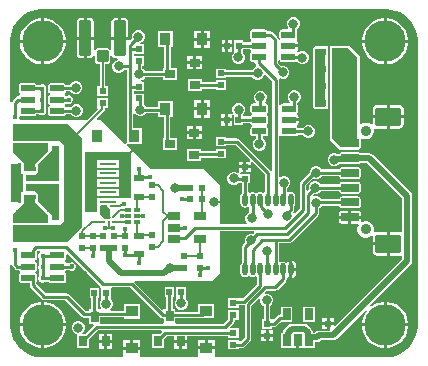
<source format=gtl>
G04*
G04 #@! TF.GenerationSoftware,Altium Limited,Altium Designer,21.6.4 (81)*
G04*
G04 Layer_Physical_Order=1*
G04 Layer_Color=255*
%FSLAX25Y25*%
%MOIN*%
G70*
G04*
G04 #@! TF.SameCoordinates,C1900F0A-900D-499D-9597-BB550FD85569*
G04*
G04*
G04 #@! TF.FilePolarity,Positive*
G04*
G01*
G75*
%ADD14C,0.00906*%
G04:AMPARAMS|DCode=15|XSize=11.81mil|YSize=20.47mil|CornerRadius=0.59mil|HoleSize=0mil|Usage=FLASHONLY|Rotation=90.000|XOffset=0mil|YOffset=0mil|HoleType=Round|Shape=RoundedRectangle|*
%AMROUNDEDRECTD15*
21,1,0.01181,0.01929,0,0,90.0*
21,1,0.01063,0.02047,0,0,90.0*
1,1,0.00118,0.00965,0.00532*
1,1,0.00118,0.00965,-0.00532*
1,1,0.00118,-0.00965,-0.00532*
1,1,0.00118,-0.00965,0.00532*
%
%ADD15ROUNDEDRECTD15*%
G04:AMPARAMS|DCode=16|XSize=11.81mil|YSize=19.29mil|CornerRadius=0.59mil|HoleSize=0mil|Usage=FLASHONLY|Rotation=90.000|XOffset=0mil|YOffset=0mil|HoleType=Round|Shape=RoundedRectangle|*
%AMROUNDEDRECTD16*
21,1,0.01181,0.01811,0,0,90.0*
21,1,0.01063,0.01929,0,0,90.0*
1,1,0.00118,0.00906,0.00532*
1,1,0.00118,0.00906,-0.00532*
1,1,0.00118,-0.00906,-0.00532*
1,1,0.00118,-0.00906,0.00532*
%
%ADD16ROUNDEDRECTD16*%
%ADD17R,0.03937X0.02756*%
%ADD18O,0.01772X0.04134*%
%ADD19R,0.02756X0.03937*%
G04:AMPARAMS|DCode=20|XSize=47.64mil|YSize=22.84mil|CornerRadius=2.85mil|HoleSize=0mil|Usage=FLASHONLY|Rotation=180.000|XOffset=0mil|YOffset=0mil|HoleType=Round|Shape=RoundedRectangle|*
%AMROUNDEDRECTD20*
21,1,0.04764,0.01713,0,0,180.0*
21,1,0.04193,0.02284,0,0,180.0*
1,1,0.00571,-0.02097,0.00856*
1,1,0.00571,0.02097,0.00856*
1,1,0.00571,0.02097,-0.00856*
1,1,0.00571,-0.02097,-0.00856*
%
%ADD20ROUNDEDRECTD20*%
%ADD21R,0.02362X0.01968*%
%ADD22R,0.01968X0.02362*%
%ADD23O,0.02205X0.00709*%
%ADD24O,0.05354X0.00709*%
%ADD25R,0.03543X0.02756*%
%ADD26R,0.02756X0.03543*%
G04:AMPARAMS|DCode=27|XSize=39.37mil|YSize=41.34mil|CornerRadius=3.94mil|HoleSize=0mil|Usage=FLASHONLY|Rotation=0.000|XOffset=0mil|YOffset=0mil|HoleType=Round|Shape=RoundedRectangle|*
%AMROUNDEDRECTD27*
21,1,0.03937,0.03347,0,0,0.0*
21,1,0.03150,0.04134,0,0,0.0*
1,1,0.00787,0.01575,-0.01673*
1,1,0.00787,-0.01575,-0.01673*
1,1,0.00787,-0.01575,0.01673*
1,1,0.00787,0.01575,0.01673*
%
%ADD27ROUNDEDRECTD27*%
G04:AMPARAMS|DCode=28|XSize=40.35mil|YSize=118.11mil|CornerRadius=4.04mil|HoleSize=0mil|Usage=FLASHONLY|Rotation=180.000|XOffset=0mil|YOffset=0mil|HoleType=Round|Shape=RoundedRectangle|*
%AMROUNDEDRECTD28*
21,1,0.04035,0.11004,0,0,180.0*
21,1,0.03228,0.11811,0,0,180.0*
1,1,0.00807,-0.01614,0.05502*
1,1,0.00807,0.01614,0.05502*
1,1,0.00807,0.01614,-0.05502*
1,1,0.00807,-0.01614,-0.05502*
%
%ADD28ROUNDEDRECTD28*%
G04:AMPARAMS|DCode=29|XSize=62.99mil|YSize=86.61mil|CornerRadius=6.3mil|HoleSize=0mil|Usage=FLASHONLY|Rotation=90.000|XOffset=0mil|YOffset=0mil|HoleType=Round|Shape=RoundedRectangle|*
%AMROUNDEDRECTD29*
21,1,0.06299,0.07402,0,0,90.0*
21,1,0.05039,0.08661,0,0,90.0*
1,1,0.01260,0.03701,0.02520*
1,1,0.01260,0.03701,-0.02520*
1,1,0.01260,-0.03701,-0.02520*
1,1,0.01260,-0.03701,0.02520*
%
%ADD29ROUNDEDRECTD29*%
G04:AMPARAMS|DCode=30|XSize=27.56mil|YSize=59.06mil|CornerRadius=2.76mil|HoleSize=0mil|Usage=FLASHONLY|Rotation=90.000|XOffset=0mil|YOffset=0mil|HoleType=Round|Shape=RoundedRectangle|*
%AMROUNDEDRECTD30*
21,1,0.02756,0.05354,0,0,90.0*
21,1,0.02205,0.05906,0,0,90.0*
1,1,0.00551,0.02677,0.01102*
1,1,0.00551,0.02677,-0.01102*
1,1,0.00551,-0.02677,-0.01102*
1,1,0.00551,-0.02677,0.01102*
%
%ADD30ROUNDEDRECTD30*%
%ADD31R,0.03740X0.04134*%
%ADD32R,0.04134X0.03740*%
G04:AMPARAMS|DCode=33|XSize=15.16mil|YSize=37.4mil|CornerRadius=0.38mil|HoleSize=0mil|Usage=FLASHONLY|Rotation=90.000|XOffset=0mil|YOffset=0mil|HoleType=Round|Shape=RoundedRectangle|*
%AMROUNDEDRECTD33*
21,1,0.01516,0.03664,0,0,90.0*
21,1,0.01440,0.03740,0,0,90.0*
1,1,0.00076,0.01832,0.00720*
1,1,0.00076,0.01832,-0.00720*
1,1,0.00076,-0.01832,-0.00720*
1,1,0.00076,-0.01832,0.00720*
%
%ADD33ROUNDEDRECTD33*%
G04:AMPARAMS|DCode=34|XSize=22.05mil|YSize=29.13mil|CornerRadius=0.55mil|HoleSize=0mil|Usage=FLASHONLY|Rotation=90.000|XOffset=0mil|YOffset=0mil|HoleType=Round|Shape=RoundedRectangle|*
%AMROUNDEDRECTD34*
21,1,0.02205,0.02803,0,0,90.0*
21,1,0.02095,0.02913,0,0,90.0*
1,1,0.00110,0.01402,0.01047*
1,1,0.00110,0.01402,-0.01047*
1,1,0.00110,-0.01402,-0.01047*
1,1,0.00110,-0.01402,0.01047*
%
%ADD34ROUNDEDRECTD34*%
G04:AMPARAMS|DCode=35|XSize=61.02mil|YSize=14.76mil|CornerRadius=0.37mil|HoleSize=0mil|Usage=FLASHONLY|Rotation=90.000|XOffset=0mil|YOffset=0mil|HoleType=Round|Shape=RoundedRectangle|*
%AMROUNDEDRECTD35*
21,1,0.06102,0.01403,0,0,90.0*
21,1,0.06029,0.01476,0,0,90.0*
1,1,0.00074,0.00701,0.03014*
1,1,0.00074,0.00701,-0.03014*
1,1,0.00074,-0.00701,-0.03014*
1,1,0.00074,-0.00701,0.03014*
%
%ADD35ROUNDEDRECTD35*%
%ADD36R,0.03543X0.02362*%
%ADD63C,0.01968*%
%ADD64C,0.01000*%
%ADD65C,0.00709*%
%ADD66C,0.00906*%
%ADD67R,0.03937X0.15354*%
%ADD68R,0.12598X0.02756*%
%ADD69R,0.03740X0.19587*%
%ADD70R,0.04232X0.20177*%
%ADD71R,0.06004X0.26476*%
%ADD72C,0.03543*%
%ADD73C,0.13780*%
%ADD74C,0.01575*%
%ADD75C,0.03150*%
%ADD76C,0.00787*%
%ADD77C,0.00709*%
G36*
X128098Y116927D02*
X129466Y116560D01*
X130775Y116018D01*
X132002Y115310D01*
X133126Y114447D01*
X134128Y113445D01*
X134990Y112321D01*
X135698Y111094D01*
X136241Y109785D01*
X136607Y108417D01*
X136792Y107013D01*
Y106304D01*
Y11811D01*
Y11103D01*
X136607Y9698D01*
X136241Y8330D01*
X135698Y7021D01*
X134990Y5794D01*
X134128Y4670D01*
X133126Y3668D01*
X132002Y2806D01*
X130775Y2097D01*
X129466Y1555D01*
X128098Y1188D01*
X126693Y1003D01*
X69247D01*
X69194Y1481D01*
X69194Y1503D01*
Y3639D01*
X66339D01*
X63485D01*
Y1503D01*
X63485Y1481D01*
X63432Y1003D01*
X44705D01*
X44341Y1334D01*
X44341Y1503D01*
Y3491D01*
X41487D01*
X38633D01*
Y1503D01*
X38633Y1334D01*
X38270Y1003D01*
X11103D01*
X9698Y1188D01*
X8330Y1555D01*
X7021Y2097D01*
X5794Y2806D01*
X4670Y3668D01*
X3668Y4670D01*
X2806Y5794D01*
X2097Y7021D01*
X1555Y8330D01*
X1188Y9698D01*
X1003Y11103D01*
Y11811D01*
Y31744D01*
X1503Y31793D01*
X1533Y31646D01*
X1774Y31286D01*
X2640Y30419D01*
X2640Y30419D01*
X3001Y30178D01*
X3426Y30094D01*
X3932D01*
X3949Y30008D01*
X4143Y29718D01*
X4299Y29613D01*
X4325Y29525D01*
Y29146D01*
X4299Y29058D01*
X4143Y28953D01*
X3949Y28664D01*
X3881Y28322D01*
Y26609D01*
X3949Y26267D01*
X4143Y25978D01*
X4433Y25784D01*
X4775Y25716D01*
X7498D01*
Y24959D01*
X7498Y24959D01*
X7583Y24533D01*
X7824Y24173D01*
X11616Y20380D01*
X11616Y20380D01*
X11977Y20139D01*
X12403Y20054D01*
X19324D01*
X24805Y14573D01*
X24805Y14573D01*
X25166Y14332D01*
X25591Y14247D01*
X25592Y14247D01*
X27166D01*
Y12210D01*
X28627D01*
X28834Y11710D01*
X25791Y8666D01*
X25121D01*
X25092Y8714D01*
X24968Y9166D01*
X25480Y9679D01*
X25810Y10475D01*
Y11336D01*
X25480Y12132D01*
X24871Y12741D01*
X24075Y13071D01*
X23213D01*
X22418Y12741D01*
X21809Y12132D01*
X21479Y11336D01*
Y10475D01*
X21809Y9679D01*
X22418Y9070D01*
X22994Y8831D01*
X23213Y8740D01*
X23426Y8299D01*
Y3942D01*
X27363D01*
Y7094D01*
X30284Y10015D01*
X51334D01*
X51541Y9515D01*
X50791Y8765D01*
X48426D01*
Y4040D01*
X52363D01*
Y7192D01*
X53225Y8055D01*
X55710D01*
Y6903D01*
X60040D01*
Y8055D01*
X73623D01*
Y7584D01*
X77166D01*
Y10733D01*
X74471D01*
X74279Y11195D01*
X75500Y12415D01*
X75500Y12415D01*
X75741Y12776D01*
X75826Y13202D01*
Y13588D01*
X77166D01*
Y16737D01*
X73623D01*
Y14786D01*
X73602Y14678D01*
X73602Y14678D01*
Y13662D01*
X72178Y12239D01*
X56575D01*
X56103Y12308D01*
X56103Y12739D01*
Y13997D01*
X63682D01*
Y13981D01*
X68997D01*
Y18903D01*
X63682D01*
Y16221D01*
X56103D01*
Y17032D01*
X55148D01*
Y20969D01*
X55611D01*
Y24513D01*
X52462D01*
Y20969D01*
X52925D01*
Y17032D01*
X52166D01*
Y16995D01*
X51704Y16803D01*
X42428Y26080D01*
X42551Y26494D01*
X42614Y26580D01*
X68505D01*
X71064Y29139D01*
Y43086D01*
X82141D01*
X82348Y42586D01*
X81845Y42083D01*
X81731Y42131D01*
X80870D01*
X80074Y41801D01*
X79465Y41192D01*
X79135Y40396D01*
Y39535D01*
X79245Y39268D01*
X78447Y38470D01*
X78206Y38110D01*
X78121Y37684D01*
X78121Y37684D01*
Y32494D01*
X77842Y32077D01*
X77728Y31501D01*
Y29139D01*
X77842Y28563D01*
X78169Y28074D01*
X78657Y27748D01*
X79233Y27634D01*
X79809Y27748D01*
X80179Y27995D01*
X80513Y28043D01*
X80846Y27995D01*
X81216Y27748D01*
X81792Y27634D01*
X82368Y27748D01*
X82738Y27995D01*
X82740Y27996D01*
X83142Y27851D01*
X83239Y27775D01*
Y25312D01*
X78623Y20696D01*
X75879D01*
X75771Y20674D01*
X73623D01*
Y17525D01*
X77166D01*
Y18472D01*
X79084D01*
X79084Y18472D01*
X79106Y18454D01*
Y7651D01*
X77788Y6333D01*
X77166D01*
Y6796D01*
X73623D01*
Y3647D01*
X77166D01*
Y4110D01*
X78249D01*
X78249Y4110D01*
X78675Y4194D01*
X79035Y4435D01*
X81004Y6404D01*
X81245Y6764D01*
X81329Y7190D01*
X81329Y7190D01*
Y18147D01*
X83890Y20707D01*
X84216Y20571D01*
X84351Y20462D01*
Y19653D01*
X84681Y18857D01*
X85290Y18248D01*
X85454Y18180D01*
Y13686D01*
X84843D01*
Y10536D01*
X88387D01*
Y10999D01*
X88879D01*
X88879Y10999D01*
X89304Y11084D01*
X89665Y11325D01*
X90810Y12469D01*
X91143Y12800D01*
Y12800D01*
X91143Y12800D01*
X95080D01*
Y17918D01*
X91143D01*
Y15613D01*
X90885Y15229D01*
X90460Y15145D01*
X90099Y14904D01*
X88885Y13690D01*
X88387Y13686D01*
Y13686D01*
X87678D01*
Y18221D01*
X87743Y18248D01*
X88352Y18857D01*
X88682Y19653D01*
Y20514D01*
X88352Y21310D01*
X87743Y21919D01*
X86947Y22249D01*
X86139D01*
X86029Y22384D01*
X85893Y22710D01*
X86387Y23204D01*
X89371D01*
X89371Y23204D01*
X89797Y23289D01*
X90157Y23530D01*
X92815Y26187D01*
X93056Y26548D01*
X93141Y26974D01*
X93140Y26974D01*
Y27492D01*
X93640Y27759D01*
X93935Y27563D01*
X94088Y27532D01*
Y30320D01*
Y33108D01*
X93935Y33077D01*
X93532Y32808D01*
X93093Y32565D01*
X92605Y32892D01*
X92028Y33006D01*
X91452Y32892D01*
X91082Y32645D01*
X91081Y32644D01*
X90679Y32789D01*
X90581Y32865D01*
Y38952D01*
X93997D01*
X93997Y38952D01*
X94423Y39037D01*
X94783Y39278D01*
X103748Y48242D01*
X103989Y48603D01*
X104074Y49029D01*
Y50681D01*
X104188Y50728D01*
X104797Y51337D01*
X104864Y51499D01*
X110723D01*
X110779Y51217D01*
X110970Y50931D01*
X111257Y50739D01*
X111594Y50672D01*
X116949D01*
X117287Y50739D01*
X117573Y50931D01*
X117765Y51217D01*
X117832Y51555D01*
Y53760D01*
X117765Y54098D01*
X117573Y54384D01*
X117287Y54576D01*
X116949Y54643D01*
X111594D01*
X111257Y54576D01*
X110970Y54384D01*
X110779Y54098D01*
X110711Y53760D01*
Y53723D01*
X104825D01*
X104797Y53791D01*
X104188Y54400D01*
X103392Y54729D01*
X102531D01*
X102437Y54690D01*
X101818Y54975D01*
X101801Y55026D01*
X102137Y55357D01*
X102228Y55320D01*
X103089D01*
X103885Y55650D01*
X104494Y56259D01*
X104561Y56420D01*
X110723D01*
X110779Y56138D01*
X110970Y55852D01*
X111257Y55660D01*
X111594Y55593D01*
X116949D01*
X117287Y55660D01*
X117573Y55852D01*
X117765Y56138D01*
X117832Y56476D01*
Y58681D01*
X117765Y59019D01*
X117573Y59306D01*
X117287Y59497D01*
X116949Y59564D01*
X111594D01*
X111257Y59497D01*
X110970Y59306D01*
X110779Y59019D01*
X110711Y58681D01*
Y58644D01*
X104522D01*
X104494Y58712D01*
X103885Y59321D01*
X103089Y59651D01*
X102228D01*
X101432Y59321D01*
X100823Y58712D01*
X100493Y57916D01*
Y57055D01*
X100541Y56940D01*
X100197Y56596D01*
X99735Y56788D01*
Y58403D01*
X101903Y60571D01*
X102531Y60311D01*
X103392D01*
X104188Y60641D01*
X104797Y61250D01*
X104850Y61376D01*
X110716D01*
X110779Y61060D01*
X110970Y60773D01*
X111257Y60582D01*
X111594Y60514D01*
X116949D01*
X117287Y60582D01*
X117573Y60773D01*
X117765Y61060D01*
X117832Y61398D01*
Y63602D01*
X117765Y63940D01*
X117573Y64227D01*
X117287Y64418D01*
X116949Y64486D01*
X111594D01*
X111257Y64418D01*
X110970Y64227D01*
X110779Y63940D01*
X110711Y63602D01*
Y63600D01*
X104840D01*
X104797Y63703D01*
X104188Y64312D01*
X103392Y64642D01*
X102531D01*
X101735Y64312D01*
X101126Y63703D01*
X100796Y62907D01*
Y62609D01*
X97837Y59649D01*
X97596Y59289D01*
X97511Y58863D01*
X97511Y58863D01*
Y50564D01*
X95930Y48983D01*
X95379Y49121D01*
X95294Y49414D01*
X95374Y49494D01*
X95374Y49494D01*
X95615Y49854D01*
X95700Y50280D01*
X95700Y50280D01*
Y51374D01*
X95978Y51791D01*
X96093Y52367D01*
Y54729D01*
X95978Y55305D01*
X95652Y55794D01*
X95164Y56120D01*
X94588Y56235D01*
X94011Y56120D01*
X93739Y55938D01*
X93239Y56200D01*
Y57333D01*
X93452Y57421D01*
X94061Y58030D01*
X94391Y58826D01*
Y59688D01*
X94061Y60483D01*
X93452Y61093D01*
X92656Y61422D01*
X91795D01*
X91081Y61127D01*
X90581Y61329D01*
Y74906D01*
X91081Y75058D01*
X91190Y74895D01*
X91480Y74701D01*
X91822Y74634D01*
X96015D01*
X96356Y74701D01*
X96646Y74895D01*
X96840Y75185D01*
X96847Y75222D01*
X98491D01*
X98559Y75058D01*
X99168Y74449D01*
X99964Y74119D01*
X100825D01*
X101621Y74449D01*
X102230Y75058D01*
X102560Y75854D01*
Y76715D01*
X102230Y77511D01*
X101621Y78120D01*
X100825Y78450D01*
X99964D01*
X99168Y78120D01*
X98559Y77511D01*
X98532Y77446D01*
X96969D01*
X96672Y77833D01*
X96672Y77833D01*
X96659Y77855D01*
X96691Y78329D01*
X96701Y78435D01*
X96788Y78493D01*
X97025Y78848D01*
X97109Y79267D01*
Y79623D01*
X93918D01*
Y80623D01*
X97109D01*
Y80979D01*
X97025Y81398D01*
X96788Y81753D01*
X96701Y81811D01*
X96691Y81917D01*
X96659Y82391D01*
X96672Y82413D01*
X96840Y82665D01*
X96908Y83007D01*
Y84720D01*
X96840Y85061D01*
X96704Y85264D01*
Y85885D01*
X96897Y85965D01*
X97506Y86574D01*
X97836Y87370D01*
Y88231D01*
X97506Y89027D01*
X96897Y89636D01*
X96101Y89966D01*
X95240D01*
X94444Y89636D01*
X93835Y89027D01*
X93505Y88231D01*
Y87370D01*
X93835Y86574D01*
X94296Y86113D01*
X94089Y85613D01*
X91822D01*
X91480Y85545D01*
X91190Y85351D01*
X91081Y85188D01*
X90581Y85340D01*
Y93410D01*
X90581Y93410D01*
X90531Y93664D01*
X90883Y94021D01*
X90927Y94041D01*
X91499Y93804D01*
X92361D01*
X93157Y94134D01*
X93766Y94743D01*
X94095Y95539D01*
Y96400D01*
X93766Y97196D01*
X93157Y97805D01*
X92361Y98135D01*
X91499D01*
X91385Y98087D01*
X90286Y99186D01*
Y99909D01*
X90786Y99958D01*
X90800Y99889D01*
X90993Y99600D01*
X91283Y99406D01*
X91625Y99338D01*
X95818D01*
X96160Y99406D01*
X96181Y99420D01*
X96467Y99590D01*
X96892Y99362D01*
X97200Y99055D01*
X97996Y98725D01*
X98857D01*
X99653Y99055D01*
X100262Y99664D01*
X100592Y100460D01*
Y101321D01*
X100262Y102117D01*
X99653Y102726D01*
X98857Y103056D01*
X97996D01*
X97200Y102726D01*
X96749Y102859D01*
X96591Y103198D01*
X96829Y103553D01*
X96912Y103972D01*
Y104328D01*
X93721D01*
Y105328D01*
X96912D01*
Y105684D01*
X96829Y106103D01*
X96591Y106457D01*
X96504Y106516D01*
X96494Y106622D01*
X96463Y107096D01*
X96475Y107118D01*
X96643Y107370D01*
X96711Y107712D01*
Y109424D01*
X96643Y109766D01*
X96585Y109853D01*
X96602Y110374D01*
X97211Y110983D01*
X97540Y111779D01*
Y112640D01*
X97211Y113436D01*
X96601Y114045D01*
X95806Y114375D01*
X94944D01*
X94148Y114045D01*
X93539Y113436D01*
X93210Y112640D01*
Y111779D01*
X93539Y110983D01*
X93705Y110817D01*
X93498Y110317D01*
X91625D01*
X91283Y110249D01*
X90993Y110056D01*
X90800Y109766D01*
X90732Y109424D01*
Y107712D01*
X90800Y107370D01*
X90968Y107118D01*
X90980Y107096D01*
X90961Y106805D01*
X90786Y106679D01*
X90286Y106935D01*
Y107091D01*
X90286Y107092D01*
X90201Y107517D01*
X89960Y107878D01*
X89960Y107878D01*
X88484Y109354D01*
X88123Y109595D01*
X87698Y109680D01*
X87698Y109680D01*
X86778D01*
X86761Y109766D01*
X86568Y110056D01*
X86278Y110249D01*
X85936Y110317D01*
X81743D01*
X81401Y110249D01*
X81112Y110056D01*
X80918Y109766D01*
X80850Y109424D01*
Y107712D01*
X80918Y107370D01*
X81112Y107080D01*
X81268Y106976D01*
X81293Y106887D01*
Y106509D01*
X81268Y106420D01*
X81112Y106316D01*
X80918Y106026D01*
X80901Y105940D01*
X78741D01*
Y106599D01*
X75591D01*
Y103056D01*
X75591Y103056D01*
X75591D01*
X75578Y102562D01*
X75232Y102216D01*
X74902Y101420D01*
Y100558D01*
X75232Y99763D01*
X75841Y99154D01*
X76637Y98824D01*
X77499D01*
X78294Y99154D01*
X78904Y99763D01*
X79233Y100558D01*
Y101420D01*
X78904Y102216D01*
X78563Y102556D01*
X78741Y103056D01*
X78741D01*
Y103716D01*
X80901D01*
X80918Y103630D01*
X81112Y103340D01*
X81268Y103235D01*
X81293Y103147D01*
Y102769D01*
X81268Y102680D01*
X81112Y102576D01*
X80918Y102286D01*
X80850Y101944D01*
Y100231D01*
X80918Y99889D01*
X81112Y99600D01*
X81401Y99406D01*
X81743Y99338D01*
X82385D01*
X82736Y99032D01*
X82821Y98606D01*
X83007Y98328D01*
X83012Y98243D01*
X82967Y98036D01*
X82841Y97759D01*
X82239Y97510D01*
X81630Y96901D01*
X81582Y96786D01*
X73032D01*
Y97249D01*
X69489D01*
Y94099D01*
X73032D01*
Y94562D01*
X81582D01*
X81630Y94448D01*
X82239Y93839D01*
X83035Y93509D01*
X83896D01*
X84692Y93839D01*
X85301Y94448D01*
X85551Y95050D01*
X86093Y95215D01*
X88358Y92950D01*
Y63187D01*
X87858Y63050D01*
X87697Y63291D01*
X87697Y63291D01*
X77362Y73626D01*
X77001Y73867D01*
X76576Y73952D01*
X76576Y73952D01*
X73032D01*
Y74414D01*
X69489D01*
Y71265D01*
X73032D01*
Y71728D01*
X76115D01*
X81098Y66745D01*
X80891Y66245D01*
X79733D01*
Y64973D01*
X81202D01*
Y65934D01*
X81702Y66141D01*
X85799Y62044D01*
Y56094D01*
X85701Y56017D01*
X85299Y55872D01*
X85298Y55873D01*
X84927Y56120D01*
X84351Y56235D01*
X83775Y56120D01*
X83405Y55873D01*
X83072Y55825D01*
X82738Y55873D01*
X82368Y56120D01*
X81792Y56235D01*
X81216Y56120D01*
X80846Y55873D01*
X80845Y55872D01*
X80443Y56017D01*
X80345Y56094D01*
Y58962D01*
X81005D01*
Y62111D01*
X77462D01*
X77462Y62111D01*
X77462Y62111D01*
X77431Y62214D01*
X77808Y62702D01*
X78733D01*
Y63973D01*
X77265D01*
Y62731D01*
X76890Y62398D01*
X76818Y62471D01*
X76022Y62800D01*
X75161D01*
X74365Y62471D01*
X73756Y61861D01*
X73426Y61066D01*
Y60204D01*
X73756Y59408D01*
X74365Y58799D01*
X75161Y58469D01*
X76022D01*
X76818Y58799D01*
X76967Y58948D01*
X77462Y58962D01*
X77462Y58962D01*
X78121D01*
Y55723D01*
X77842Y55305D01*
X77728Y54729D01*
Y52367D01*
X77842Y51791D01*
X78169Y51303D01*
X78657Y50976D01*
X79233Y50862D01*
X79809Y50976D01*
X80179Y51224D01*
X80181Y51224D01*
X80583Y51079D01*
X80680Y51003D01*
Y49356D01*
X80263Y49183D01*
X79654Y48574D01*
X79324Y47778D01*
Y46917D01*
X79654Y46121D01*
X79965Y45810D01*
X79757Y45310D01*
X71064D01*
Y58174D01*
X65552Y63686D01*
X47836D01*
X39709Y71813D01*
X39980Y72249D01*
X40315Y72249D01*
X44784D01*
Y77564D01*
X42066D01*
Y82118D01*
X42507Y82231D01*
X42566Y82232D01*
X43164Y81634D01*
X43960Y81304D01*
X44821D01*
X45617Y81634D01*
X46226Y82243D01*
X46274Y82358D01*
X50198D01*
Y81107D01*
X52137D01*
Y74119D01*
X51773D01*
Y70182D01*
X56497D01*
Y74119D01*
X54361D01*
Y81107D01*
X55119D01*
Y86422D01*
X50198D01*
Y84581D01*
X46274D01*
X46226Y84696D01*
X45689Y85233D01*
X45769Y85733D01*
X45769D01*
Y88883D01*
X42378Y88883D01*
X42155Y89277D01*
X42378Y89670D01*
X45769D01*
Y92820D01*
X44784D01*
X44684Y93320D01*
X45224Y93543D01*
X45833Y94152D01*
X45901Y94316D01*
X51871D01*
Y93509D01*
X56595D01*
Y97446D01*
X54459D01*
Y104336D01*
X55217D01*
Y109651D01*
X50296D01*
Y104336D01*
X52236D01*
Y97446D01*
X51871D01*
Y96540D01*
X45860D01*
X45833Y96605D01*
X45224Y97215D01*
X45060Y97282D01*
Y98233D01*
X45670D01*
Y101383D01*
X42387D01*
X42154Y101777D01*
X42387Y102170D01*
X45670D01*
Y105320D01*
X44488D01*
X44389Y105820D01*
X44928Y106043D01*
X45537Y106652D01*
X45867Y107448D01*
Y108310D01*
X45537Y109106D01*
X44928Y109715D01*
X44133Y110044D01*
X43271D01*
X42475Y109715D01*
X41866Y109106D01*
X41536Y108310D01*
Y107448D01*
X41584Y107334D01*
X40890Y106640D01*
X40428Y106831D01*
Y106887D01*
X37599D01*
X34771D01*
Y103770D01*
X34307Y103470D01*
X34271Y103475D01*
X34077Y103766D01*
X33751Y103983D01*
X33367Y104060D01*
X30217D01*
X29833Y103983D01*
X29508Y103766D01*
X29314Y103475D01*
X29277Y103470D01*
X28814Y103770D01*
Y106887D01*
X26485D01*
Y100671D01*
X27599D01*
X28064Y100763D01*
X28458Y101026D01*
X28721Y101420D01*
X29214Y101335D01*
Y99710D01*
X29290Y99326D01*
X29508Y99000D01*
X29833Y98782D01*
X30217Y98706D01*
X30829D01*
Y91343D01*
X30021D01*
Y88194D01*
X33564D01*
Y91343D01*
X32756D01*
Y98706D01*
X33367D01*
X33751Y98782D01*
X34077Y99000D01*
X34294Y99326D01*
X34371Y99710D01*
Y101335D01*
X34863Y101420D01*
X35127Y101026D01*
X35520Y100763D01*
X35985Y100671D01*
X36700D01*
X36775Y100202D01*
X35979Y99872D01*
X35370Y99263D01*
X35040Y98467D01*
Y97606D01*
X35370Y96810D01*
X35979Y96201D01*
X36775Y95871D01*
X37636D01*
X38432Y96201D01*
X39041Y96810D01*
X39089Y96925D01*
X39842D01*
Y91245D01*
X39842Y91245D01*
X39842Y91245D01*
Y76277D01*
X39842Y76277D01*
X39863Y76169D01*
Y72734D01*
X39863Y72366D01*
X39427Y72095D01*
X31300Y80221D01*
X30068D01*
X29877Y80683D01*
X32318Y83125D01*
X32527Y83437D01*
X32600Y83806D01*
Y84257D01*
X33564D01*
Y87406D01*
X30021D01*
Y84257D01*
X30021D01*
X30225Y83757D01*
X26690Y80221D01*
X4226D01*
X3892Y80721D01*
X3938Y80833D01*
Y81156D01*
X4127Y81316D01*
X4394Y81479D01*
X4400Y81480D01*
X4676Y81425D01*
X8869D01*
X9211Y81493D01*
X9501Y81686D01*
X9694Y81976D01*
X9702Y82013D01*
X10729D01*
X10835Y81908D01*
X11341Y81698D01*
X11889D01*
X12396Y81908D01*
X12783Y82295D01*
X12993Y82802D01*
Y83350D01*
X12783Y83856D01*
X12776Y83863D01*
Y86028D01*
X12783Y86035D01*
X12993Y86542D01*
Y87090D01*
X12783Y87596D01*
X12776Y87603D01*
Y89670D01*
X12882Y89776D01*
X13092Y90282D01*
Y90830D01*
X12882Y91337D01*
X12494Y91724D01*
X11988Y91934D01*
X11440D01*
X10933Y91724D01*
X10926Y91717D01*
X9721D01*
X9694Y91853D01*
X9501Y92142D01*
X9211Y92336D01*
X8869Y92404D01*
X4676D01*
X4334Y92336D01*
X4045Y92142D01*
X3851Y91853D01*
X3783Y91511D01*
Y89798D01*
X3851Y89456D01*
X4045Y89167D01*
X4201Y89062D01*
X4226Y88974D01*
Y88595D01*
X4201Y88507D01*
X4045Y88402D01*
X3851Y88112D01*
X3834Y88026D01*
X3741D01*
X3316Y87942D01*
X2955Y87701D01*
X2955Y87701D01*
X1774Y86519D01*
X1533Y86159D01*
X1503Y86012D01*
X1003Y86061D01*
Y106304D01*
Y107012D01*
X1188Y108417D01*
X1555Y109786D01*
X2097Y111094D01*
X2806Y112321D01*
X3668Y113445D01*
X4670Y114447D01*
X5794Y115310D01*
X7021Y116018D01*
X8330Y116560D01*
X9698Y116927D01*
X11103Y117112D01*
X126693D01*
X128098Y116927D01*
D02*
G37*
G36*
X24804Y74021D02*
Y69984D01*
X19644Y71033D01*
X17463Y73214D01*
X1871D01*
Y78843D01*
X19981D01*
X24804Y74021D01*
D02*
G37*
G36*
X13682Y69867D02*
X9351Y65536D01*
Y63144D01*
X5585D01*
Y65661D01*
X1871Y69375D01*
X1871Y72328D01*
X13682D01*
Y69867D01*
D02*
G37*
G36*
X17324Y59729D02*
X6399D01*
Y61895D01*
X9351D01*
X10139Y62682D01*
Y65143D01*
X15060Y70064D01*
Y71540D01*
X17324D01*
Y59729D01*
D02*
G37*
G36*
X4497Y61914D02*
X5099Y61927D01*
Y56245D01*
X4497D01*
Y52505D01*
X3473D01*
Y52899D01*
X1111D01*
Y65300D01*
X3473D01*
Y65694D01*
X4497D01*
Y61914D01*
D02*
G37*
G36*
X34305Y50248D02*
Y47711D01*
X31844D01*
X31103Y48452D01*
Y49414D01*
Y51284D01*
X33269D01*
X34305Y50248D01*
D02*
G37*
G36*
X17324Y46659D02*
X15060D01*
Y48135D01*
X10139Y53056D01*
Y55517D01*
X9351Y56304D01*
X6399D01*
Y58863D01*
X17324D01*
Y46659D01*
D02*
G37*
G36*
X9351Y52662D02*
X13682Y48332D01*
Y45871D01*
X1871D01*
X1871Y48824D01*
X5585Y52538D01*
Y55055D01*
X9351D01*
Y52662D01*
D02*
G37*
G36*
X24804Y44493D02*
X19784Y39473D01*
X1871D01*
Y44985D01*
X17463D01*
X19644Y47166D01*
X24804Y48215D01*
Y44493D01*
D02*
G37*
G36*
X10999Y36114D02*
X11007Y35991D01*
X10644Y35628D01*
X10434Y35122D01*
Y34573D01*
X10644Y34067D01*
X10700Y34011D01*
Y31846D01*
X10644Y31789D01*
X10434Y31283D01*
Y30735D01*
X10644Y30228D01*
X10700Y30172D01*
Y28106D01*
X10644Y28049D01*
X10434Y27543D01*
Y26995D01*
X10644Y26488D01*
X11031Y26101D01*
X11538Y25891D01*
X12086D01*
X12593Y26101D01*
X12747Y26255D01*
X13839D01*
X14025Y25978D01*
X14315Y25784D01*
X14657Y25716D01*
X18849D01*
X19191Y25784D01*
X19481Y25978D01*
X19674Y26267D01*
X19742Y26609D01*
Y28322D01*
X19674Y28664D01*
X19481Y28953D01*
X19325Y29058D01*
X19299Y29146D01*
Y29525D01*
X19325Y29613D01*
X19481Y29718D01*
X19674Y30008D01*
X19692Y30094D01*
X20877D01*
X21282Y29926D01*
X21830D01*
X22337Y30136D01*
X22724Y30524D01*
X22934Y31030D01*
Y31578D01*
X22724Y32085D01*
X22337Y32472D01*
X21830Y32682D01*
X21282D01*
X20775Y32472D01*
X20621Y32318D01*
X19692D01*
X19674Y32404D01*
X19481Y32694D01*
X19325Y32798D01*
X19299Y32887D01*
Y33265D01*
X19325Y33354D01*
X19481Y33458D01*
X19674Y33748D01*
X19742Y34090D01*
Y35169D01*
X20243Y35376D01*
X31006Y24612D01*
X31006Y24612D01*
X31059Y24577D01*
X31375Y24242D01*
X31399Y23894D01*
Y20674D01*
X31399Y20674D01*
X31399D01*
X31385Y20180D01*
X31138Y19932D01*
X30808Y19136D01*
Y18275D01*
X31138Y17479D01*
X31239Y17378D01*
X30976Y16934D01*
X30198D01*
Y20674D01*
X30611D01*
Y24217D01*
X27462D01*
Y20674D01*
X27974D01*
Y16934D01*
X27166D01*
Y16471D01*
X26052D01*
X20571Y21953D01*
X20210Y22194D01*
X19784Y22278D01*
X19784Y22278D01*
X12863D01*
X9722Y25420D01*
Y26162D01*
X9793Y26267D01*
X9861Y26609D01*
Y28322D01*
X9793Y28664D01*
X9599Y28953D01*
X9443Y29058D01*
X9417Y29146D01*
Y29525D01*
X9443Y29613D01*
X9599Y29718D01*
X9793Y30008D01*
X9861Y30349D01*
Y32062D01*
X9793Y32404D01*
X9599Y32694D01*
X9443Y32798D01*
X9417Y32887D01*
Y33265D01*
X9443Y33354D01*
X9599Y33458D01*
X9793Y33748D01*
X9861Y34090D01*
Y35802D01*
X9808Y36066D01*
X10018Y36356D01*
X10162Y36491D01*
X10874D01*
X10999Y36114D01*
D02*
G37*
G36*
X51039Y14323D02*
X51039Y14323D01*
X51400Y14082D01*
X51826Y13997D01*
X52166Y13669D01*
X52166Y12308D01*
X51695Y12239D01*
X31103D01*
Y14346D01*
X38830D01*
Y13834D01*
X44145D01*
Y18755D01*
X38830D01*
Y16570D01*
X34607D01*
X34400Y17070D01*
X34809Y17479D01*
X35139Y18275D01*
Y19136D01*
X34809Y19932D01*
X34562Y20180D01*
X34548Y20674D01*
X34548Y20674D01*
X34548Y24217D01*
X35020Y24287D01*
X41076D01*
X51039Y14323D01*
D02*
G37*
%LPC*%
G36*
X27599Y114103D02*
X26485D01*
Y107887D01*
X28814D01*
Y112889D01*
X28721Y113354D01*
X28458Y113747D01*
X28064Y114011D01*
X27599Y114103D01*
D02*
G37*
G36*
X25485D02*
X24371D01*
X23906Y114011D01*
X23512Y113747D01*
X23249Y113354D01*
X23157Y112889D01*
Y107887D01*
X25485D01*
Y114103D01*
D02*
G37*
G36*
X39214D02*
X38099D01*
Y107887D01*
X40428D01*
Y112889D01*
X40335Y113354D01*
X40072Y113747D01*
X39678Y114011D01*
X39214Y114103D01*
D02*
G37*
G36*
X37099D02*
X35985D01*
X35520Y114011D01*
X35127Y113747D01*
X34863Y113354D01*
X34771Y112889D01*
Y107887D01*
X37099D01*
Y114103D01*
D02*
G37*
G36*
X67717Y109847D02*
X65560D01*
Y107493D01*
X67717D01*
Y109847D01*
D02*
G37*
G36*
X64560D02*
X62402D01*
Y107493D01*
X64560D01*
Y109847D01*
D02*
G37*
G36*
X126740Y113976D02*
X126484D01*
Y106799D01*
X133661D01*
Y107055D01*
X133366Y108539D01*
X132788Y109936D01*
X131948Y111193D01*
X130878Y112262D01*
X129621Y113103D01*
X128224Y113681D01*
X126740Y113976D01*
D02*
G37*
G36*
X125484D02*
X125228D01*
X123745Y113681D01*
X122348Y113103D01*
X121090Y112262D01*
X120021Y111193D01*
X119181Y109936D01*
X118602Y108539D01*
X118307Y107055D01*
Y106799D01*
X125484D01*
Y113976D01*
D02*
G37*
G36*
X12567D02*
X12311D01*
Y106799D01*
X19488D01*
Y107055D01*
X19193Y108539D01*
X18614Y109936D01*
X17774Y111193D01*
X16705Y112262D01*
X15448Y113103D01*
X14050Y113681D01*
X12567Y113976D01*
D02*
G37*
G36*
X11311D02*
X11055D01*
X9572Y113681D01*
X8174Y113103D01*
X6917Y112262D01*
X5848Y111193D01*
X5008Y109936D01*
X4429Y108539D01*
X4134Y107055D01*
Y106799D01*
X11311D01*
Y113976D01*
D02*
G37*
G36*
X75001Y106796D02*
X73729D01*
Y105328D01*
X75001D01*
Y106796D01*
D02*
G37*
G36*
X72729D02*
X71458D01*
Y105328D01*
X72729D01*
Y106796D01*
D02*
G37*
G36*
X67717Y106493D02*
X65560D01*
Y104139D01*
X67717D01*
Y106493D01*
D02*
G37*
G36*
X64560D02*
X62402D01*
Y104139D01*
X64560D01*
Y106493D01*
D02*
G37*
G36*
X75001Y104328D02*
X73729D01*
Y102859D01*
X75001D01*
Y104328D01*
D02*
G37*
G36*
X72729D02*
X71458D01*
Y102859D01*
X72729D01*
Y104328D01*
D02*
G37*
G36*
X25485Y106887D02*
X23157D01*
Y101885D01*
X23249Y101420D01*
X23512Y101026D01*
X23906Y100763D01*
X24371Y100671D01*
X25485D01*
Y106887D01*
D02*
G37*
G36*
X65060Y101383D02*
X63001D01*
Y99717D01*
X65060D01*
Y101383D01*
D02*
G37*
G36*
X62001D02*
X59942D01*
Y99717D01*
X62001D01*
Y101383D01*
D02*
G37*
G36*
X133661Y105799D02*
X126484D01*
Y98622D01*
X126740D01*
X128224Y98917D01*
X129621Y99496D01*
X130878Y100336D01*
X131948Y101405D01*
X132788Y102663D01*
X133366Y104060D01*
X133661Y105543D01*
Y105799D01*
D02*
G37*
G36*
X125484D02*
X118307D01*
Y105543D01*
X118602Y104060D01*
X119181Y102663D01*
X120021Y101405D01*
X121090Y100336D01*
X122348Y99496D01*
X123745Y98917D01*
X125228Y98622D01*
X125484D01*
Y105799D01*
D02*
G37*
G36*
X19488Y105799D02*
X12311D01*
Y98622D01*
X12567D01*
X14050Y98917D01*
X15448Y99496D01*
X16705Y100336D01*
X17774Y101405D01*
X18614Y102663D01*
X19193Y104060D01*
X19488Y105543D01*
Y105799D01*
D02*
G37*
G36*
X11311D02*
X4134D01*
Y105543D01*
X4429Y104060D01*
X5008Y102663D01*
X5848Y101405D01*
X6917Y100336D01*
X8174Y99496D01*
X9572Y98917D01*
X11055Y98622D01*
X11311D01*
Y105799D01*
D02*
G37*
G36*
X65060Y98717D02*
X63001D01*
Y97052D01*
X65060D01*
Y98717D01*
D02*
G37*
G36*
X62001D02*
X59942D01*
Y97052D01*
X62001D01*
Y98717D01*
D02*
G37*
G36*
X23365Y93017D02*
X22503D01*
X21708Y92687D01*
X21098Y92078D01*
X21010Y91865D01*
X19568D01*
X19383Y92142D01*
X19093Y92336D01*
X18751Y92404D01*
X14558D01*
X14216Y92336D01*
X13927Y92142D01*
X13733Y91853D01*
X13665Y91511D01*
Y89798D01*
X13733Y89456D01*
X13927Y89167D01*
X14083Y89062D01*
X14108Y88974D01*
Y88595D01*
X14083Y88507D01*
X13927Y88402D01*
X13733Y88112D01*
X13665Y87771D01*
Y86058D01*
X13733Y85716D01*
X13927Y85426D01*
X14083Y85322D01*
X14108Y85233D01*
Y84855D01*
X14083Y84767D01*
X13927Y84662D01*
X13733Y84372D01*
X13665Y84030D01*
Y82318D01*
X13733Y81976D01*
X13927Y81686D01*
X14216Y81493D01*
X14558Y81425D01*
X18751D01*
X19093Y81493D01*
X19383Y81686D01*
X19576Y81976D01*
X19593Y82062D01*
X21149D01*
X21197Y81948D01*
X21806Y81339D01*
X22602Y81009D01*
X23463D01*
X24259Y81339D01*
X24868Y81948D01*
X25198Y82744D01*
Y83605D01*
X24868Y84401D01*
X24259Y85010D01*
X23463Y85340D01*
X22602D01*
X21806Y85010D01*
X21197Y84401D01*
X21149Y84286D01*
X19593D01*
X19576Y84372D01*
X19383Y84662D01*
X19226Y84767D01*
X19201Y84855D01*
Y85233D01*
X19226Y85322D01*
X19383Y85426D01*
X19391Y85439D01*
X19720Y85691D01*
X20069Y85631D01*
X20298Y85536D01*
X20846D01*
X21352Y85746D01*
X21740Y86134D01*
X21950Y86640D01*
Y87189D01*
X21740Y87695D01*
X21352Y88083D01*
X20846Y88292D01*
X20298D01*
X20069Y88198D01*
X19720Y88137D01*
X19391Y88389D01*
X19383Y88402D01*
X19226Y88507D01*
X19201Y88595D01*
Y88974D01*
X19226Y89062D01*
X19383Y89167D01*
X19576Y89456D01*
X19613Y89641D01*
X21092D01*
X21098Y89625D01*
X21708Y89016D01*
X22503Y88686D01*
X23365D01*
X24161Y89016D01*
X24770Y89625D01*
X25099Y90421D01*
Y91282D01*
X24770Y92078D01*
X24161Y92687D01*
X23365Y93017D01*
D02*
G37*
G36*
X64863Y93706D02*
X60139D01*
Y89769D01*
X64863D01*
Y90576D01*
X69489D01*
Y90162D01*
X73032D01*
Y93312D01*
X69489D01*
Y92800D01*
X64863D01*
Y93706D01*
D02*
G37*
G36*
X67619Y86619D02*
X65462D01*
Y84265D01*
X67619D01*
Y86619D01*
D02*
G37*
G36*
X64462D02*
X62304D01*
Y84265D01*
X64462D01*
Y86619D01*
D02*
G37*
G36*
X106300Y104680D02*
X102560D01*
X102108Y104492D01*
X101921Y104040D01*
Y84454D01*
X102108Y84002D01*
X102560Y83815D01*
X106300D01*
X106418Y83863D01*
X106891D01*
Y84336D01*
X106939Y84454D01*
Y104040D01*
X106891Y104158D01*
Y104631D01*
X106418D01*
X106300Y104680D01*
D02*
G37*
G36*
X130669Y85166D02*
X127469D01*
Y81701D01*
X132114D01*
Y83720D01*
X132004Y84273D01*
X131691Y84742D01*
X131222Y85056D01*
X130669Y85166D01*
D02*
G37*
G36*
X126469D02*
X123268D01*
X122715Y85056D01*
X122246Y84742D01*
X121933Y84273D01*
X121823Y83720D01*
Y81701D01*
X126469D01*
Y85166D01*
D02*
G37*
G36*
X84782Y89867D02*
X83921D01*
X83125Y89538D01*
X82516Y88928D01*
X82186Y88133D01*
Y87271D01*
X82516Y86475D01*
X82878Y86113D01*
X82671Y85613D01*
X81940D01*
X81598Y85545D01*
X81308Y85351D01*
X81115Y85061D01*
X81047Y84720D01*
Y83007D01*
X81115Y82665D01*
X81308Y82375D01*
X81465Y82271D01*
X81490Y82182D01*
Y81804D01*
X81465Y81715D01*
X81308Y81611D01*
X81115Y81321D01*
X81107Y81284D01*
X78643D01*
Y81982D01*
X79002Y82341D01*
X79332Y83137D01*
Y83999D01*
X79002Y84794D01*
X78393Y85404D01*
X77597Y85733D01*
X76736D01*
X75940Y85404D01*
X75331Y84794D01*
X75001Y83999D01*
Y83198D01*
X75001Y83137D01*
X75167Y82736D01*
X75187Y82498D01*
X75180Y82489D01*
X74881Y82216D01*
X74739Y82190D01*
X74433Y82190D01*
X73631D01*
Y80721D01*
X74902D01*
Y81605D01*
X75151Y81900D01*
X75402Y81968D01*
X75422Y81953D01*
X75493Y81847D01*
Y78450D01*
X78643D01*
Y79060D01*
X81088D01*
X81115Y78925D01*
X81308Y78635D01*
X81465Y78531D01*
X81490Y78442D01*
Y78064D01*
X81465Y77975D01*
X81308Y77871D01*
X81115Y77581D01*
X81047Y77239D01*
Y75527D01*
X81115Y75185D01*
X81308Y74895D01*
X81598Y74701D01*
X81940Y74634D01*
X82944D01*
Y73935D01*
X82829Y73888D01*
X82220Y73279D01*
X81891Y72483D01*
Y71622D01*
X82220Y70826D01*
X82829Y70217D01*
X83625Y69887D01*
X84487D01*
X85283Y70217D01*
X85892Y70826D01*
X86221Y71622D01*
Y72483D01*
X85892Y73279D01*
X85283Y73888D01*
X85168Y73935D01*
Y74634D01*
X86133D01*
X86475Y74701D01*
X86764Y74895D01*
X86958Y75185D01*
X87026Y75527D01*
Y77239D01*
X86958Y77581D01*
X86764Y77871D01*
X86608Y77975D01*
X86583Y78064D01*
Y78442D01*
X86608Y78531D01*
X86764Y78635D01*
X86958Y78925D01*
X87026Y79267D01*
Y80979D01*
X86958Y81321D01*
X86764Y81611D01*
X86608Y81715D01*
X86583Y81804D01*
Y82182D01*
X86608Y82271D01*
X86764Y82375D01*
X86958Y82665D01*
X87026Y83007D01*
Y84720D01*
X86958Y85061D01*
X86764Y85351D01*
X86475Y85545D01*
X86133Y85613D01*
X86032D01*
X85825Y86113D01*
X86187Y86475D01*
X86517Y87271D01*
Y88133D01*
X86187Y88928D01*
X85578Y89538D01*
X84782Y89867D01*
D02*
G37*
G36*
X67619Y83265D02*
X65462D01*
Y80910D01*
X67619D01*
Y83265D01*
D02*
G37*
G36*
X64462D02*
X62304D01*
Y80910D01*
X64462D01*
Y83265D01*
D02*
G37*
G36*
X72631Y82190D02*
X71359D01*
Y80721D01*
X72631D01*
Y82190D01*
D02*
G37*
G36*
X74902Y79721D02*
X73631D01*
Y78253D01*
X74902D01*
Y79721D01*
D02*
G37*
G36*
X72631D02*
X71359D01*
Y78253D01*
X72631D01*
Y79721D01*
D02*
G37*
G36*
X132114Y80701D02*
X127469D01*
Y77236D01*
X130669D01*
X131222Y77346D01*
X131691Y77659D01*
X132004Y78128D01*
X132114Y78681D01*
Y80701D01*
D02*
G37*
G36*
X108269Y104843D02*
X107961Y104782D01*
X107735Y104631D01*
X107678D01*
Y104574D01*
X107527Y104348D01*
X107466Y104040D01*
Y74015D01*
X107466Y74015D01*
X107527Y73708D01*
X107701Y73447D01*
X107701Y73447D01*
X110748Y70400D01*
X110748Y70400D01*
X111008Y70226D01*
X111315Y70165D01*
X116732Y70165D01*
X117040Y70226D01*
X117300Y70400D01*
X117340Y70460D01*
X117573Y70616D01*
X117765Y70902D01*
X117832Y71240D01*
Y73445D01*
X117781Y73703D01*
X117962Y73908D01*
X118183Y74048D01*
X118424Y73908D01*
X119125Y73721D01*
X119851D01*
X120552Y73908D01*
X121180Y74271D01*
X121694Y74784D01*
X122056Y75413D01*
X122244Y76114D01*
Y76839D01*
X122172Y77107D01*
X122607Y77418D01*
X122715Y77346D01*
X123268Y77236D01*
X126469D01*
Y80701D01*
X121823D01*
Y78746D01*
X121668Y78628D01*
X121346Y78516D01*
X121180Y78682D01*
X120552Y79045D01*
X119851Y79232D01*
X119125D01*
X118424Y79045D01*
X118035Y78820D01*
X117535Y79101D01*
X117535Y100990D01*
X117535Y100990D01*
X117474Y101297D01*
X117300Y101558D01*
X114250Y104608D01*
X114250Y104608D01*
X113989Y104782D01*
X113682Y104843D01*
X108269Y104843D01*
D02*
G37*
G36*
X64962Y78056D02*
X62902D01*
Y76391D01*
X64962D01*
Y78056D01*
D02*
G37*
G36*
X61902D02*
X59843D01*
Y76391D01*
X61902D01*
Y78056D01*
D02*
G37*
G36*
X64962Y75391D02*
X62902D01*
Y73725D01*
X64962D01*
Y75391D01*
D02*
G37*
G36*
X61902D02*
X59843D01*
Y73725D01*
X61902D01*
Y75391D01*
D02*
G37*
G36*
X73032Y70477D02*
X69489D01*
Y69768D01*
X64765D01*
Y70379D01*
X60040D01*
Y66442D01*
X64765D01*
Y67545D01*
X69489D01*
Y67328D01*
X73032D01*
Y70477D01*
D02*
G37*
G36*
X116949Y69407D02*
X111594D01*
X111257Y69340D01*
X110970Y69148D01*
X110779Y68862D01*
X110740Y68667D01*
X110188D01*
X110184Y68671D01*
X109388Y69001D01*
X108527D01*
X107731Y68671D01*
X107122Y68062D01*
X106792Y67266D01*
Y66405D01*
X107122Y65609D01*
X107731Y65000D01*
X108527Y64670D01*
X109388D01*
X110184Y65000D01*
X110640Y65456D01*
X111493D01*
X111594Y65436D01*
X116949D01*
X117287Y65503D01*
X117573Y65694D01*
X117657Y65821D01*
X120104D01*
X131761Y54163D01*
Y42974D01*
X131261Y42707D01*
X131222Y42733D01*
X130669Y42843D01*
X127469D01*
Y38878D01*
Y34913D01*
X130669D01*
X131222Y35023D01*
X131261Y35049D01*
X131761Y34782D01*
Y33639D01*
X109420Y11297D01*
X108958Y11488D01*
Y11710D01*
X107489D01*
Y10217D01*
X107638Y9938D01*
X107598Y9878D01*
X103840D01*
X103225Y9756D01*
X102704Y9408D01*
X102556Y9260D01*
X102294D01*
X101804Y9355D01*
X101681Y9970D01*
X101333Y10491D01*
X100152Y11672D01*
X99631Y12020D01*
X99017Y12142D01*
X99017Y12142D01*
X94784D01*
X94784Y12142D01*
X94170Y12020D01*
X93649Y11672D01*
X92370Y10392D01*
X92022Y9871D01*
X91899Y9257D01*
X91899Y9257D01*
X91143D01*
Y4139D01*
X94686D01*
Y3942D01*
X96351D01*
Y6698D01*
X97351D01*
Y3942D01*
X99017D01*
Y4139D01*
X102560D01*
Y6048D01*
X103221D01*
X103221Y6048D01*
X103835Y6170D01*
X104356Y6519D01*
X104505Y6667D01*
X108666D01*
X108666Y6667D01*
X109281Y6789D01*
X109802Y7137D01*
X119521Y16857D01*
X119909Y16538D01*
X119181Y15448D01*
X118602Y14050D01*
X118307Y12567D01*
Y12311D01*
X125484D01*
Y19488D01*
X125228D01*
X123745Y19193D01*
X122348Y18614D01*
X121257Y17886D01*
X120939Y18274D01*
X134502Y31838D01*
X134502Y31838D01*
X134851Y32359D01*
X134973Y32973D01*
Y54828D01*
X134973Y54828D01*
X134851Y55442D01*
X134502Y55963D01*
X121904Y68562D01*
X121383Y68910D01*
X120769Y69032D01*
X120769Y69032D01*
X117651D01*
X117573Y69148D01*
X117287Y69340D01*
X116949Y69407D01*
D02*
G37*
G36*
X78733Y66245D02*
X77265D01*
Y64973D01*
X78733D01*
Y66245D01*
D02*
G37*
G36*
X81202Y63973D02*
X79733D01*
Y62702D01*
X81202D01*
Y63973D01*
D02*
G37*
G36*
X116949Y49922D02*
X114772D01*
Y48236D01*
X118033D01*
Y48839D01*
X117950Y49253D01*
X117715Y49605D01*
X117364Y49840D01*
X116949Y49922D01*
D02*
G37*
G36*
X113772D02*
X111594D01*
X111180Y49840D01*
X110828Y49605D01*
X110593Y49253D01*
X110511Y48839D01*
Y48236D01*
X113772D01*
Y49922D01*
D02*
G37*
G36*
Y47236D02*
X110511D01*
Y46634D01*
X110593Y46219D01*
X110828Y45867D01*
X111180Y45632D01*
X111594Y45550D01*
X113772D01*
Y47236D01*
D02*
G37*
G36*
X118033D02*
X114772D01*
Y45550D01*
X116857D01*
X117047Y45333D01*
X117160Y45082D01*
X116920Y44666D01*
X116732Y43965D01*
Y43240D01*
X116920Y42539D01*
X117283Y41910D01*
X117796Y41397D01*
X118424Y41034D01*
X119125Y40846D01*
X119851D01*
X120552Y41034D01*
X121180Y41397D01*
X121346Y41562D01*
X121668Y41451D01*
X121823Y41332D01*
Y39378D01*
X126469D01*
Y42843D01*
X123268D01*
X122715Y42733D01*
X122607Y42660D01*
X122172Y42972D01*
X122244Y43240D01*
Y43965D01*
X122056Y44666D01*
X121694Y45294D01*
X121180Y45808D01*
X120552Y46170D01*
X119851Y46358D01*
X119125D01*
X118424Y46170D01*
X118007Y46507D01*
X118033Y46634D01*
Y47236D01*
D02*
G37*
G36*
X126469Y38378D02*
X121823D01*
Y36358D01*
X121933Y35805D01*
X122246Y35336D01*
X122715Y35023D01*
X123268Y34913D01*
X126469D01*
Y38378D01*
D02*
G37*
G36*
X95088Y33108D02*
Y30820D01*
X96294D01*
Y31501D01*
X96164Y32154D01*
X95794Y32707D01*
X95240Y33077D01*
X95088Y33108D01*
D02*
G37*
G36*
X96294Y29820D02*
X95088D01*
Y27532D01*
X95240Y27563D01*
X95794Y27933D01*
X96164Y28486D01*
X96294Y29139D01*
Y29820D01*
D02*
G37*
G36*
X59548Y24513D02*
X56399D01*
Y20969D01*
X56399Y20969D01*
X56399D01*
X56385Y20475D01*
X56138Y20228D01*
X55808Y19432D01*
Y18570D01*
X56138Y17774D01*
X56747Y17165D01*
X57543Y16836D01*
X58404D01*
X59200Y17165D01*
X59809Y17774D01*
X60139Y18570D01*
Y19432D01*
X59809Y20228D01*
X59562Y20475D01*
X59548Y20969D01*
X59548Y20969D01*
Y24513D01*
D02*
G37*
G36*
X102560Y17918D02*
X98623D01*
Y12800D01*
X102560D01*
Y17918D01*
D02*
G37*
G36*
X108958Y13981D02*
X107489D01*
Y12710D01*
X108958D01*
Y13981D01*
D02*
G37*
G36*
X106489D02*
X105021D01*
Y12710D01*
X106489D01*
Y13981D01*
D02*
G37*
G36*
X126740Y19488D02*
X126484D01*
Y12311D01*
X133661D01*
Y12567D01*
X133366Y14050D01*
X132788Y15448D01*
X131948Y16705D01*
X130878Y17774D01*
X129621Y18614D01*
X128224Y19193D01*
X126740Y19488D01*
D02*
G37*
G36*
X12567D02*
X12311D01*
Y12311D01*
X19488D01*
Y12567D01*
X19193Y14050D01*
X18614Y15448D01*
X17774Y16705D01*
X16705Y17774D01*
X15448Y18614D01*
X14050Y19193D01*
X12567Y19488D01*
D02*
G37*
G36*
X11311D02*
X11055D01*
X9572Y19193D01*
X8174Y18614D01*
X6917Y17774D01*
X5848Y16705D01*
X5008Y15448D01*
X4429Y14050D01*
X4134Y12567D01*
Y12311D01*
X11311D01*
Y19488D01*
D02*
G37*
G36*
X106489Y11710D02*
X105021D01*
Y10438D01*
X106489D01*
Y11710D01*
D02*
G37*
G36*
X88584Y9946D02*
X87115D01*
Y8674D01*
X88584D01*
Y9946D01*
D02*
G37*
G36*
X86115D02*
X84647D01*
Y8674D01*
X86115D01*
Y9946D01*
D02*
G37*
G36*
X35040Y8863D02*
X33375D01*
Y6804D01*
X35040D01*
Y8863D01*
D02*
G37*
G36*
X32375D02*
X30710D01*
Y6804D01*
X32375D01*
Y8863D01*
D02*
G37*
G36*
X88584Y7674D02*
X87115D01*
Y6403D01*
X88584D01*
Y7674D01*
D02*
G37*
G36*
X86115D02*
X84647D01*
Y6403D01*
X86115D01*
Y7674D01*
D02*
G37*
G36*
X69194Y6796D02*
X66839D01*
Y4639D01*
X69194D01*
Y6796D01*
D02*
G37*
G36*
X65839D02*
X63485D01*
Y4639D01*
X65839D01*
Y6796D01*
D02*
G37*
G36*
X44341Y6649D02*
X41987D01*
Y4491D01*
X44341D01*
Y6649D01*
D02*
G37*
G36*
X40987D02*
X38633D01*
Y4491D01*
X40987D01*
Y6649D01*
D02*
G37*
G36*
X133661Y11311D02*
X126484D01*
Y4134D01*
X126740D01*
X128224Y4429D01*
X129621Y5008D01*
X130878Y5848D01*
X131948Y6917D01*
X132788Y8174D01*
X133366Y9572D01*
X133661Y11055D01*
Y11311D01*
D02*
G37*
G36*
X125484D02*
X118307D01*
Y11055D01*
X118602Y9572D01*
X119181Y8174D01*
X120021Y6917D01*
X121090Y5848D01*
X122348Y5008D01*
X123745Y4429D01*
X125228Y4134D01*
X125484D01*
Y11311D01*
D02*
G37*
G36*
X19488Y11311D02*
X12311D01*
Y4134D01*
X12567D01*
X14050Y4429D01*
X15448Y5008D01*
X16705Y5848D01*
X17774Y6917D01*
X18614Y8174D01*
X19193Y9572D01*
X19488Y11055D01*
Y11311D01*
D02*
G37*
G36*
X11311D02*
X4134D01*
Y11055D01*
X4429Y9572D01*
X5008Y8174D01*
X5848Y6917D01*
X6917Y5848D01*
X8174Y5008D01*
X9572Y4429D01*
X11055Y4134D01*
X11311D01*
Y11311D01*
D02*
G37*
G36*
X60040Y5903D02*
X58375D01*
Y3844D01*
X60040D01*
Y5903D01*
D02*
G37*
G36*
X57375D02*
X55710D01*
Y3844D01*
X57375D01*
Y5903D01*
D02*
G37*
G36*
X35040Y5804D02*
X33375D01*
Y3745D01*
X35040D01*
Y5804D01*
D02*
G37*
G36*
X32375D02*
X30710D01*
Y3745D01*
X32375D01*
Y5804D01*
D02*
G37*
%LPD*%
G36*
X113682Y104040D02*
X116732Y100990D01*
X116732Y70968D01*
X111315Y70968D01*
X108269Y74015D01*
Y104040D01*
X113682Y104040D01*
D02*
G37*
D14*
X32284Y46166D02*
D03*
X33859D02*
D03*
X35434D02*
D03*
X32284Y47741D02*
D03*
X33859D02*
D03*
X35434D02*
D03*
D15*
X43111Y46166D02*
D03*
D16*
X43151Y48135D02*
D03*
Y50103D02*
D03*
X40198Y48135D02*
D03*
Y50103D02*
D03*
Y46166D02*
D03*
D17*
X64371Y47938D02*
D03*
Y40458D02*
D03*
X55710Y47938D02*
D03*
Y44198D02*
D03*
Y40458D02*
D03*
D18*
X94588Y30320D02*
D03*
X92028D02*
D03*
X89469D02*
D03*
X86910D02*
D03*
X84351D02*
D03*
X81792D02*
D03*
X79233D02*
D03*
Y53548D02*
D03*
X81792D02*
D03*
X84351D02*
D03*
X86910D02*
D03*
X89469D02*
D03*
X92028D02*
D03*
X94588D02*
D03*
D19*
X93111Y15359D02*
D03*
X100592D02*
D03*
X93111Y6698D02*
D03*
X96851D02*
D03*
X100592D02*
D03*
D20*
X93721Y101088D02*
D03*
Y104828D02*
D03*
Y108568D02*
D03*
X83840Y101088D02*
D03*
Y104828D02*
D03*
Y108568D02*
D03*
X93918Y76383D02*
D03*
Y80123D02*
D03*
Y83863D02*
D03*
X84036Y76383D02*
D03*
Y80123D02*
D03*
Y83863D02*
D03*
X16655Y83174D02*
D03*
Y86914D02*
D03*
Y90654D02*
D03*
X6773Y83174D02*
D03*
Y86914D02*
D03*
Y90654D02*
D03*
X6871Y34946D02*
D03*
Y31206D02*
D03*
Y27466D02*
D03*
X16753Y34946D02*
D03*
Y31206D02*
D03*
Y27466D02*
D03*
D21*
X64371Y30911D02*
D03*
Y34848D02*
D03*
X59056Y34749D02*
D03*
Y30812D02*
D03*
X48328Y58273D02*
D03*
Y54336D02*
D03*
X31792Y85832D02*
D03*
Y89769D02*
D03*
X48328Y37800D02*
D03*
Y41737D02*
D03*
X71261Y95674D02*
D03*
Y91737D02*
D03*
X43899Y99808D02*
D03*
Y103745D02*
D03*
X71261Y72840D02*
D03*
Y68903D02*
D03*
X43997Y87308D02*
D03*
Y91245D02*
D03*
X75395Y5221D02*
D03*
Y9159D02*
D03*
Y19099D02*
D03*
Y15162D02*
D03*
X35729Y41442D02*
D03*
Y37505D02*
D03*
X32088Y41442D02*
D03*
Y37505D02*
D03*
X39371D02*
D03*
Y41442D02*
D03*
X28446Y37505D02*
D03*
Y41442D02*
D03*
X24903Y37505D02*
D03*
Y41442D02*
D03*
X79233Y60536D02*
D03*
Y64473D02*
D03*
X86615Y8174D02*
D03*
Y12111D02*
D03*
X106989Y12210D02*
D03*
Y8273D02*
D03*
X10139Y71084D02*
D03*
Y75021D02*
D03*
X12501Y71084D02*
D03*
Y75021D02*
D03*
X7777Y71084D02*
D03*
Y75021D02*
D03*
X3052Y71068D02*
D03*
Y75005D02*
D03*
X5414Y71084D02*
D03*
Y75021D02*
D03*
X5413Y47151D02*
D03*
Y43214D02*
D03*
X3051Y47151D02*
D03*
Y43214D02*
D03*
X7777Y47151D02*
D03*
Y43214D02*
D03*
X10139Y47151D02*
D03*
Y43214D02*
D03*
X12501Y47151D02*
D03*
Y43214D02*
D03*
D22*
X27379Y54852D02*
D03*
X23442D02*
D03*
X27363Y50399D02*
D03*
X23426D02*
D03*
X27379Y59306D02*
D03*
X23442D02*
D03*
X27363Y68214D02*
D03*
X23426D02*
D03*
X27379Y63760D02*
D03*
X23442D02*
D03*
X54036Y22741D02*
D03*
X57973D02*
D03*
X29036Y22446D02*
D03*
X32973D02*
D03*
X109253Y91376D02*
D03*
X105316D02*
D03*
X109253Y102859D02*
D03*
X105316D02*
D03*
X109253Y85635D02*
D03*
X105316D02*
D03*
X109253Y97118D02*
D03*
X105316D02*
D03*
X64962Y57387D02*
D03*
X61025D02*
D03*
Y53647D02*
D03*
X64962D02*
D03*
X77166Y104828D02*
D03*
X73229D02*
D03*
X77068Y80221D02*
D03*
X73131D02*
D03*
X16044Y61029D02*
D03*
X19981D02*
D03*
X16044Y63391D02*
D03*
X19981D02*
D03*
X16044Y70477D02*
D03*
X19981D02*
D03*
X16044Y65753D02*
D03*
X19981D02*
D03*
X16044Y68115D02*
D03*
X19981D02*
D03*
X16044Y52564D02*
D03*
X19981D02*
D03*
X16044Y47840D02*
D03*
X19981D02*
D03*
X16044Y50203D02*
D03*
X19981D02*
D03*
X16044Y54926D02*
D03*
X19981D02*
D03*
X16044Y57288D02*
D03*
X19981D02*
D03*
D23*
X32182Y51284D02*
D03*
X35340D02*
D03*
D24*
X33761Y62308D02*
D03*
Y60733D02*
D03*
Y59158D02*
D03*
Y57584D02*
D03*
Y56009D02*
D03*
Y54434D02*
D03*
Y52859D02*
D03*
Y63883D02*
D03*
Y65458D02*
D03*
D25*
X54233Y95477D02*
D03*
X62501Y99217D02*
D03*
Y91737D02*
D03*
X54135Y72151D02*
D03*
X62402Y75891D02*
D03*
Y68410D02*
D03*
D26*
X54135Y14670D02*
D03*
X57875Y6403D02*
D03*
X50395D02*
D03*
X29135Y14572D02*
D03*
X32875Y6304D02*
D03*
X25395D02*
D03*
D27*
X31792Y101383D02*
D03*
D28*
X37599Y107387D02*
D03*
X25985D02*
D03*
D29*
X126969Y81201D02*
D03*
Y38878D02*
D03*
D30*
X114272Y72342D02*
D03*
Y67421D02*
D03*
Y62500D02*
D03*
Y57579D02*
D03*
Y52658D02*
D03*
Y47736D02*
D03*
D31*
X65060Y106993D02*
D03*
X52757D02*
D03*
X64962Y83765D02*
D03*
X52658D02*
D03*
X30021Y74906D02*
D03*
X42324D02*
D03*
D32*
X66339Y4139D02*
D03*
Y16442D02*
D03*
X41487Y3991D02*
D03*
Y16294D02*
D03*
D33*
X7462Y54306D02*
D03*
Y63895D02*
D03*
D34*
X7875Y57387D02*
D03*
Y60812D02*
D03*
D35*
X4499Y59099D02*
D03*
D36*
X43957Y60674D02*
D03*
Y54532D02*
D03*
X43899Y41462D02*
D03*
Y35320D02*
D03*
D63*
X106989Y8273D02*
X108666D01*
X103840D02*
X106989D01*
X108666D02*
X133367Y32973D01*
Y54828D01*
X113912Y67062D02*
X114277Y67426D01*
X109184Y67062D02*
X113912D01*
X108958Y66836D02*
X109184Y67062D01*
X114277Y67426D02*
X120769D01*
X133367Y54828D01*
X52391Y29139D02*
X53966Y30714D01*
X33908Y33027D02*
X37796Y29139D01*
X53966Y30714D02*
X54135D01*
X37796Y29139D02*
X52391D01*
X54135Y30714D02*
X54233Y30812D01*
X33908Y33027D02*
Y37505D01*
X35729D01*
X32088D02*
X33908D01*
X54233Y30812D02*
X59056D01*
X55857Y57338D02*
X61025D01*
X55808Y57288D02*
X55857Y57338D01*
X61025D02*
Y57387D01*
X100592Y7260D02*
X100985Y7654D01*
X103221D02*
X103840Y8273D01*
X100592Y6698D02*
Y7260D01*
X100985Y7654D02*
X103221D01*
X93505Y7092D02*
Y9257D01*
X93111Y6698D02*
X93505Y7092D01*
Y9257D02*
X94784Y10536D01*
X99017D01*
X100198Y7092D02*
Y9355D01*
X99017Y10536D02*
X100198Y9355D01*
Y7092D02*
X100592Y6698D01*
D64*
X102962Y62476D02*
X102973Y62488D01*
X114260D01*
X114272Y62500D01*
X102708Y57534D02*
X102710Y57532D01*
X114225D01*
X114272Y57579D01*
X102658Y57485D02*
X102708Y57534D01*
X102962Y52564D02*
X103008Y52611D01*
X114225D01*
X114272Y52658D01*
X100395Y55221D02*
X102708Y57534D01*
X57973Y19001D02*
Y22741D01*
X43899Y32387D02*
Y35320D01*
X44300Y61017D02*
X47627D01*
X43957Y60674D02*
X44300Y61017D01*
X47627D02*
X47737Y61127D01*
X89174Y98725D02*
X91930Y95969D01*
X87698Y108568D02*
X89174Y107092D01*
Y98725D02*
Y107092D01*
X40954Y103836D02*
Y104934D01*
X41143Y105320D02*
X43702Y107879D01*
X40954Y104934D02*
X41143Y105123D01*
Y105320D01*
X37206Y98036D02*
X40954D01*
Y103836D01*
Y91245D02*
Y98036D01*
Y76277D02*
Y91245D01*
X40954Y91245D02*
X43997D01*
X40954Y91245D02*
X40954Y91245D01*
X40954Y103836D02*
X41044Y103745D01*
X43899D01*
X40954Y76277D02*
X42324Y74906D01*
X32973Y18706D02*
Y22446D01*
X92233Y14118D02*
X93111Y14996D01*
X86615Y12111D02*
X88879D01*
X90885Y14118D02*
X92233D01*
X88879Y12111D02*
X90885Y14118D01*
X93111Y14996D02*
Y15359D01*
X77117Y80172D02*
Y83519D01*
X71261Y95674D02*
X83465D01*
X77068Y100989D02*
X77117Y101038D01*
Y104779D02*
X77166Y104828D01*
X77117Y101038D02*
Y104779D01*
X77117Y83519D02*
X77166Y83568D01*
X77117Y80172D02*
X77117Y80172D01*
X79184Y60586D02*
X79233Y60536D01*
X75641Y60586D02*
X79184D01*
X75591Y60635D02*
X75641Y60586D01*
X86566Y12161D02*
Y20034D01*
X86517Y20084D02*
X86566Y20034D01*
Y12161D02*
X86615Y12111D01*
X55710Y44198D02*
X59351D01*
X58269Y53745D02*
X60926D01*
X43800Y61029D02*
Y63883D01*
X64371Y28450D02*
Y30911D01*
X67028D01*
X28446Y34848D02*
Y37505D01*
X39371Y34946D02*
X43525D01*
X39371D02*
Y37505D01*
X11664Y83125D02*
Y90507D01*
X6743Y83125D02*
X11566D01*
X11664Y90507D02*
X11714Y90556D01*
X11615Y83076D02*
X11664Y83125D01*
X11812Y31009D02*
Y34848D01*
Y27269D02*
Y31009D01*
X11861Y34897D02*
X16704D01*
X16753Y34946D01*
X11812Y34848D02*
X11861Y34897D01*
X11910Y27367D02*
X16655D01*
X11812Y27269D02*
X11910Y27367D01*
X16655D02*
X16753Y27466D01*
X6694Y83174D02*
X6743Y83125D01*
X11566D02*
X11615Y83076D01*
X6842Y90605D02*
X11664D01*
X6694Y90753D02*
X6842Y90605D01*
X11664D02*
X11714Y90556D01*
X7968Y34946D02*
X8610Y35588D01*
Y36685D02*
X9528Y37603D01*
X6871Y34946D02*
X7968D01*
X8610Y35588D02*
Y36685D01*
X9528Y37603D02*
X19588D01*
X31792Y25399D01*
X41536D01*
X16655Y86914D02*
X20572D01*
X76576Y72840D02*
X86910Y62505D01*
Y53548D02*
Y62505D01*
X71261Y72840D02*
X76576D01*
X93117Y48809D02*
X94588Y50280D01*
Y53548D01*
X93117Y48228D02*
Y48809D01*
X95346Y112181D02*
X95375Y112210D01*
X94705Y108568D02*
X95346Y109210D01*
X93721Y108568D02*
X94705D01*
X95346Y109210D02*
Y112181D01*
X102236Y62476D02*
X102962D01*
X98623Y58863D02*
X102236Y62476D01*
X98623Y50103D02*
Y58863D01*
X92717Y44198D02*
X98623Y50103D01*
X62599Y44198D02*
X92717D01*
X59178Y40777D02*
X62599Y44198D01*
X56028Y40777D02*
X59178D01*
X55710Y40458D02*
X56028Y40777D01*
X100395Y49021D02*
Y55221D01*
X85040Y40064D02*
X89469D01*
X81792Y36816D02*
X85040Y40064D01*
X81792Y30320D02*
Y36816D01*
X89469Y30320D02*
Y40064D01*
X93997D01*
X102962Y49029D01*
Y52564D01*
X83367Y42033D02*
X93406D01*
X100395Y49021D01*
X95592Y87722D02*
X95670Y87800D01*
X93918Y83863D02*
X94951D01*
X95592Y84505D01*
Y87722D01*
X81300Y39966D02*
X83367Y42033D01*
X79233Y30320D02*
Y37684D01*
X81300Y39751D01*
Y39966D01*
X81489Y47348D02*
X81792Y47651D01*
Y53548D01*
X89371Y24316D02*
X92028Y26974D01*
X75395Y5221D02*
X78249D01*
X80217Y7190D01*
Y18607D01*
X85926Y24316D01*
X89371D01*
X84351Y24851D02*
Y30320D01*
X75395Y19099D02*
X75879Y19584D01*
X79084D01*
X84351Y24851D01*
X92127Y53647D02*
Y59158D01*
X92225Y59257D01*
X84448Y51090D02*
X86812Y48725D01*
X79233Y53548D02*
Y60536D01*
X86763Y30468D02*
Y36176D01*
X86615Y36324D02*
X86763Y36176D01*
X89469Y53548D02*
Y93410D01*
X83848Y99032D02*
X89469Y93410D01*
X83848Y99032D02*
Y101079D01*
X84351Y53548D02*
X84448Y53452D01*
Y51090D02*
Y53452D01*
X92028Y26974D02*
Y30320D01*
X86763Y30468D02*
X86910Y30320D01*
X92028Y53548D02*
X92127Y53647D01*
X83840Y101088D02*
X83848Y101079D01*
X93721Y101088D02*
X93820Y100989D01*
X98328D01*
X98426Y100891D01*
X93918Y76383D02*
X93967Y76334D01*
X100346D01*
X100395Y76284D01*
X83840Y108568D02*
X87698D01*
X84351Y84178D02*
Y87702D01*
X84036Y83863D02*
X84351Y84178D01*
X84056Y72052D02*
Y76363D01*
X84036Y76383D02*
X84056Y76363D01*
X77117Y80172D02*
X83987D01*
X84036Y80123D01*
X77166Y104828D02*
X83840D01*
X29824Y11127D02*
X72639D01*
X74714Y13202D02*
Y14678D01*
X72639Y11127D02*
X74714Y13202D01*
Y14678D02*
X75198Y15162D01*
X75395D01*
X25395Y6698D02*
X29824Y11127D01*
X25395Y6304D02*
Y6698D01*
X71015Y68656D02*
X71261Y68903D01*
X62649Y68656D02*
X71015D01*
X62402Y68410D02*
X62649Y68656D01*
X71212Y91688D02*
X71261Y91737D01*
X62550Y91688D02*
X71212D01*
X62501Y91737D02*
X62550Y91688D01*
X52765Y9166D02*
X75387D01*
X75395Y9159D01*
X50395Y6796D02*
X52765Y9166D01*
X41536Y25399D02*
X51826Y15109D01*
X29086Y16499D02*
Y22397D01*
X29036Y22446D02*
X29086Y22397D01*
X29135Y15458D02*
Y16450D01*
X54036Y15208D02*
X54135Y15109D01*
X54036Y15208D02*
Y22741D01*
X54135Y15109D02*
X65007D01*
X66339Y16442D01*
X51826Y15109D02*
X53696D01*
X54135Y14670D01*
X28347Y15359D02*
X29135Y14572D01*
X19784Y21166D02*
X25591Y15359D01*
X28347D01*
X29135Y15458D02*
X40651D01*
X41487Y16294D01*
X29135Y14572D02*
Y15458D01*
X12403Y21166D02*
X19784D01*
X8610Y24959D02*
X12403Y21166D01*
X8610Y24959D02*
Y26824D01*
X7968Y27466D02*
X8610Y26824D01*
X6871Y27466D02*
X7968D01*
X43948Y95428D02*
Y99759D01*
X43899Y99808D02*
X43948Y99759D01*
Y95428D02*
X43997Y95379D01*
X44194Y83666D02*
Y87111D01*
X43997Y87308D02*
X44194Y87111D01*
Y83666D02*
X44391Y83469D01*
X16753Y31206D02*
X21458D01*
X21556Y31304D01*
X52363Y83469D02*
X52658Y83765D01*
X44391Y83469D02*
X52363D01*
X52757Y106993D02*
X53347Y106403D01*
X54225Y95477D02*
X54233D01*
X53347Y96355D02*
Y106403D01*
Y96355D02*
X54225Y95477D01*
X54184Y95428D02*
X54233Y95477D01*
X44046Y95428D02*
X54184D01*
X43997Y95379D02*
X44046Y95428D01*
X16753Y90753D02*
X22836D01*
X16655Y90654D02*
X16753Y90753D01*
X22836D02*
X22934Y90851D01*
X52658Y83765D02*
X53249Y83174D01*
X16655D02*
X23032D01*
X54127Y72151D02*
X54135D01*
X53249Y73029D02*
X54127Y72151D01*
X53249Y73029D02*
Y83174D01*
X2560Y81107D02*
Y85733D01*
X3741Y86914D01*
X2560Y32072D02*
Y36914D01*
Y32072D02*
X3426Y31206D01*
X6871D01*
X3741Y86914D02*
X6773D01*
D65*
X28741Y54434D02*
X33761D01*
X29775Y57584D02*
X33761D01*
X28052Y60733D02*
X33761D01*
X29174Y63883D02*
X33761D01*
X28052Y62761D02*
X29174Y63883D01*
X39568Y54434D02*
X39666Y54532D01*
X33761Y54434D02*
X39568D01*
X33761Y63883D02*
X38485D01*
X38781Y60733D02*
X39371Y60143D01*
X33761Y60733D02*
X38781D01*
X28052Y59306D02*
X29775Y57584D01*
X28052Y55123D02*
X28741Y54434D01*
X38546Y52072D02*
X38781D01*
X37759Y51284D02*
X38546Y52072D01*
X35340Y51284D02*
X37759D01*
X39174Y57584D02*
X39273Y57682D01*
X33761Y57584D02*
X39174D01*
X22048Y69592D02*
Y74217D01*
X31637Y83806D02*
Y85676D01*
X22048Y74217D02*
X31637Y83806D01*
X22048Y69592D02*
X23426Y68214D01*
X31637Y85676D02*
X31792Y85832D01*
X39273Y67426D02*
X42915Y71069D01*
X39273Y61717D02*
Y67426D01*
X43151Y48135D02*
X45277D01*
X33859Y44198D02*
X35139D01*
X32580D02*
X33859D01*
Y46166D01*
X69095Y52662D02*
X73623D01*
X60926Y53745D02*
X61025Y53647D01*
X67028Y30911D02*
X67028Y30910D01*
X28446Y37505D02*
X28446Y37505D01*
X43525Y34946D02*
X43899Y35320D01*
X24903Y37505D02*
X28446D01*
X24903Y37505D02*
X24903Y37505D01*
X52068Y49513D02*
X53643Y47938D01*
X52068Y46363D02*
X53643Y47938D01*
X52068Y39670D02*
Y46363D01*
X35729Y41442D02*
X39371D01*
X21802Y59109D02*
X23287Y60594D01*
Y63760D01*
X31792Y89769D02*
Y101383D01*
X22819Y60126D02*
X23287Y60594D01*
X22819Y60126D02*
X23287Y60594D01*
Y68214D02*
X23426Y68353D01*
X21802Y59109D02*
X22819Y60126D01*
X23287Y60594D02*
Y63760D01*
Y68214D01*
X21802Y59109D02*
X22819Y60126D01*
X27379Y61406D02*
X28052Y60733D01*
X27379Y61406D02*
Y63760D01*
X28052Y60733D02*
Y62761D01*
Y55123D02*
Y59306D01*
Y60733D01*
Y62544D02*
Y62761D01*
X64371Y34848D02*
Y40458D01*
X59105Y34798D02*
X64322D01*
X64371Y34848D01*
X59056Y34749D02*
X59105Y34798D01*
X64962Y53745D02*
Y57387D01*
X64863Y53647D02*
X64962Y53745D01*
X64863Y48430D02*
Y53647D01*
X64371Y47938D02*
X64863Y48430D01*
X43111Y42249D02*
X43899Y41462D01*
X43111Y42249D02*
Y46166D01*
X43899Y41462D02*
X44174Y41737D01*
X48328D01*
X43957Y54532D02*
X44154Y54336D01*
X48328D01*
X43151Y53726D02*
X43957Y54532D01*
X43151Y50103D02*
Y53726D01*
X38135Y47993D02*
X38206Y48064D01*
X40127D01*
X40198Y48135D01*
X39371Y41442D02*
Y43903D01*
X24903Y41442D02*
X28446D01*
X28151Y46166D02*
X32284D01*
X24903Y41442D02*
X25058Y41598D01*
Y43074D01*
X28151Y46166D01*
X28446Y41442D02*
X32088D01*
X53643Y47938D02*
X55710D01*
X48328Y58273D02*
X50198D01*
X52068Y49513D02*
Y56403D01*
X50198Y58273D02*
X52068Y56403D01*
X48328Y37800D02*
X48369Y37759D01*
X50157D01*
X52068Y39670D01*
X35434Y47741D02*
X37652Y49960D01*
X40054D01*
X40198Y50103D01*
X35434Y46166D02*
X40198D01*
D66*
X32284Y47741D02*
X33859D01*
D67*
X39273Y61717D02*
D03*
D68*
X32186Y68017D02*
D03*
D69*
X104430Y94247D02*
D03*
D70*
X28003Y59306D02*
D03*
D71*
X21802Y59109D02*
D03*
D72*
X119488Y76476D02*
D03*
Y43602D02*
D03*
D73*
X125984Y106299D02*
D03*
Y11811D02*
D03*
X11811D02*
D03*
Y106299D02*
D03*
D74*
X14469Y68017D02*
D03*
X14076Y50005D02*
D03*
X108958Y77466D02*
D03*
X113584Y82190D02*
D03*
X109056Y82091D02*
D03*
X43899Y32387D02*
D03*
X47737Y61127D02*
D03*
X38781Y52072D02*
D03*
X45277Y48135D02*
D03*
X35139Y44198D02*
D03*
X32580D02*
D03*
X67028Y30910D02*
D03*
X64371Y28450D02*
D03*
X55710Y44198D02*
D03*
X59351D02*
D03*
X58269Y53745D02*
D03*
X43800Y63883D02*
D03*
X28446Y34848D02*
D03*
X39371Y34946D02*
D03*
X11812Y31009D02*
D03*
X11714Y90556D02*
D03*
X11812Y27269D02*
D03*
Y34848D02*
D03*
X16753Y27466D02*
D03*
Y34946D02*
D03*
X11615Y83076D02*
D03*
Y86816D02*
D03*
X20572Y86914D02*
D03*
X6694Y90753D02*
D03*
Y83174D02*
D03*
X21556Y31304D02*
D03*
X2560Y81107D02*
D03*
X2560Y36914D02*
D03*
X38135Y47993D02*
D03*
X39371Y43903D02*
D03*
X3643Y49414D02*
D03*
X12668Y71530D02*
D03*
D75*
X57973Y19001D02*
D03*
X54135Y30714D02*
D03*
X69095Y52662D02*
D03*
X4627Y23135D02*
D03*
X57875Y65458D02*
D03*
X106596Y113292D02*
D03*
X58761Y106796D02*
D03*
X134056Y62505D02*
D03*
X131103Y70871D02*
D03*
X123820Y58568D02*
D03*
X123918Y49611D02*
D03*
X100985Y40753D02*
D03*
X100788Y30418D02*
D03*
X120473Y28056D02*
D03*
X112206Y19592D02*
D03*
X105119Y3548D02*
D03*
X83269Y3450D02*
D03*
X41536Y8371D02*
D03*
X29036Y3548D02*
D03*
X54135D02*
D03*
X43702Y107879D02*
D03*
X37206Y98036D02*
D03*
X23644Y10905D02*
D03*
X32973Y18706D02*
D03*
X108958Y66836D02*
D03*
X55808Y57288D02*
D03*
X83465Y95674D02*
D03*
X77068Y100989D02*
D03*
X77166Y83568D02*
D03*
X75591Y60635D02*
D03*
X86517Y20084D02*
D03*
X31694Y109454D02*
D03*
X59154Y114277D02*
D03*
X72343Y114375D02*
D03*
X104430Y66934D02*
D03*
X67619Y77958D02*
D03*
X77560Y76186D02*
D03*
X93117Y48228D02*
D03*
X76379Y88489D02*
D03*
X58465Y83863D02*
D03*
X37009Y87702D02*
D03*
X24804Y87111D02*
D03*
X36418Y78745D02*
D03*
X51280Y65654D02*
D03*
X69784Y63095D02*
D03*
X73131Y56599D02*
D03*
X73032Y49119D02*
D03*
X72934Y40359D02*
D03*
X73131Y31895D02*
D03*
X72147Y24808D02*
D03*
X65749Y24119D02*
D03*
X48721Y23824D02*
D03*
X25198Y28351D02*
D03*
X23721Y22052D02*
D03*
X38584Y21658D02*
D03*
X95375Y112210D02*
D03*
X102962Y62476D02*
D03*
X102658Y57485D02*
D03*
X102962Y52564D02*
D03*
X95670Y87800D02*
D03*
X81300Y39966D02*
D03*
X81489Y47348D02*
D03*
X98426Y100891D02*
D03*
X100395Y76284D02*
D03*
X91930Y95969D02*
D03*
X92225Y59257D02*
D03*
X84351Y87702D02*
D03*
X86812Y48725D02*
D03*
X86615Y36324D02*
D03*
X84056Y72052D02*
D03*
X44391Y83469D02*
D03*
X43997Y95379D02*
D03*
X22934Y90851D02*
D03*
X23032Y83174D02*
D03*
D76*
X113387Y103351D02*
D03*
Y102086D02*
D03*
Y100820D02*
D03*
Y99555D02*
D03*
Y98290D02*
D03*
Y94493D02*
D03*
Y93228D02*
D03*
Y91962D02*
D03*
Y90697D02*
D03*
Y89431D02*
D03*
Y88166D02*
D03*
Y86900D02*
D03*
Y85635D02*
D03*
Y95758D02*
D03*
Y97024D02*
D03*
X111517Y103351D02*
D03*
Y102086D02*
D03*
Y100820D02*
D03*
Y99555D02*
D03*
Y98290D02*
D03*
Y94493D02*
D03*
Y93228D02*
D03*
Y91962D02*
D03*
Y90697D02*
D03*
Y89431D02*
D03*
Y88166D02*
D03*
Y86900D02*
D03*
Y85635D02*
D03*
Y95758D02*
D03*
Y97024D02*
D03*
X103446Y96729D02*
D03*
Y95463D02*
D03*
Y85340D02*
D03*
Y86605D02*
D03*
Y87871D02*
D03*
Y89136D02*
D03*
Y90401D02*
D03*
Y91667D02*
D03*
Y92932D02*
D03*
Y94198D02*
D03*
Y97994D02*
D03*
Y99260D02*
D03*
Y100525D02*
D03*
Y101791D02*
D03*
Y103056D02*
D03*
X30021Y73627D02*
D03*
X28741D02*
D03*
X31202D02*
D03*
X30021Y76088D02*
D03*
X28741D02*
D03*
X31202D02*
D03*
Y74906D02*
D03*
X28741D02*
D03*
X30021D02*
D03*
D77*
X2127Y53423D02*
D03*
X3052Y60161D02*
D03*
X3052Y58067D02*
D03*
X2127Y60751D02*
D03*
Y64939D02*
D03*
Y56564D02*
D03*
X3052Y55973D02*
D03*
X2127Y62845D02*
D03*
Y54470D02*
D03*
X3052Y62254D02*
D03*
X3052Y59114D02*
D03*
X2127Y58657D02*
D03*
X3052Y64348D02*
D03*
X2127Y63892D02*
D03*
Y61798D02*
D03*
X3052Y63301D02*
D03*
X3052Y54926D02*
D03*
X2127Y59704D02*
D03*
X3052Y57020D02*
D03*
Y53879D02*
D03*
X2127Y57610D02*
D03*
Y55517D02*
D03*
X3052Y61207D02*
D03*
X34794Y65458D02*
D03*
X32727D02*
D03*
X33761Y65458D02*
D03*
X35828Y65458D02*
D03*
X35828Y62308D02*
D03*
X34794D02*
D03*
X33761Y62308D02*
D03*
X32727Y62308D02*
D03*
X35828Y56009D02*
D03*
Y52859D02*
D03*
Y59158D02*
D03*
X34794D02*
D03*
X33761Y59158D02*
D03*
X32727Y59158D02*
D03*
X31694D02*
D03*
X31694Y65458D02*
D03*
X34794Y56009D02*
D03*
X33761Y56009D02*
D03*
X32727Y56009D02*
D03*
X31694D02*
D03*
Y62308D02*
D03*
X34794Y52859D02*
D03*
X33761Y52859D02*
D03*
X32727Y52859D02*
D03*
X31694D02*
D03*
M02*

</source>
